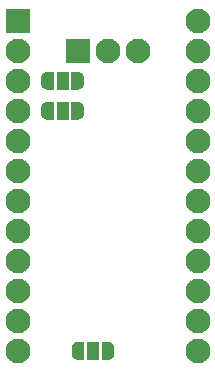
<source format=gbr>
%TF.GenerationSoftware,KiCad,Pcbnew,5.1.7+dfsg1-1~bpo10+1*%
%TF.CreationDate,Date%
%TF.ProjectId,ProMicro_BUS,50726f4d-6963-4726-9f5f-4255532e6b69,v1.4*%
%TF.SameCoordinates,Original*%
%TF.FileFunction,Soldermask,Bot*%
%TF.FilePolarity,Negative*%
%FSLAX46Y46*%
G04 Gerber Fmt 4.6, Leading zero omitted, Abs format (unit mm)*
G04 Created by KiCad*
%MOMM*%
%LPD*%
G01*
G04 APERTURE LIST*
%ADD10R,2.100000X2.100000*%
%ADD11C,2.100000*%
%ADD12C,0.100000*%
%ADD13R,1.000000X1.500000*%
G04 APERTURE END LIST*
D10*
%TO.C,A1*%
X0Y0D03*
D11*
X0Y-2540000D03*
X0Y-5080000D03*
X15240000Y-27940000D03*
X0Y-7620000D03*
X15240000Y-25400000D03*
X0Y-10160000D03*
X15240000Y-22860000D03*
X0Y-12700000D03*
X15240000Y-20320000D03*
X0Y-15240000D03*
X15240000Y-17780000D03*
X0Y-17780000D03*
X15240000Y-15240000D03*
X0Y-20320000D03*
X15240000Y-12700000D03*
X0Y-22860000D03*
X15240000Y-10160000D03*
X0Y-25400000D03*
X15240000Y-7620000D03*
X0Y-27940000D03*
X15240000Y-5080000D03*
X15240000Y-2540000D03*
X15240000Y0D03*
%TD*%
D12*
%TO.C,JP3*%
G36*
X7130000Y-27190000D02*
G01*
X7680000Y-27190000D01*
X7680000Y-27190602D01*
X7704534Y-27190602D01*
X7753365Y-27195412D01*
X7801490Y-27204984D01*
X7848445Y-27219228D01*
X7893778Y-27238005D01*
X7937051Y-27261136D01*
X7977850Y-27288396D01*
X8015779Y-27319524D01*
X8050476Y-27354221D01*
X8081604Y-27392150D01*
X8108864Y-27432949D01*
X8131995Y-27476222D01*
X8150772Y-27521555D01*
X8165016Y-27568510D01*
X8174588Y-27616635D01*
X8179398Y-27665466D01*
X8179398Y-27690000D01*
X8180000Y-27690000D01*
X8180000Y-28190000D01*
X8179398Y-28190000D01*
X8179398Y-28214534D01*
X8174588Y-28263365D01*
X8165016Y-28311490D01*
X8150772Y-28358445D01*
X8131995Y-28403778D01*
X8108864Y-28447051D01*
X8081604Y-28487850D01*
X8050476Y-28525779D01*
X8015779Y-28560476D01*
X7977850Y-28591604D01*
X7937051Y-28618864D01*
X7893778Y-28641995D01*
X7848445Y-28660772D01*
X7801490Y-28675016D01*
X7753365Y-28684588D01*
X7704534Y-28689398D01*
X7680000Y-28689398D01*
X7680000Y-28690000D01*
X7130000Y-28690000D01*
X7130000Y-27190000D01*
G37*
D13*
X6380000Y-27940000D03*
D12*
G36*
X5080000Y-28689398D02*
G01*
X5055466Y-28689398D01*
X5006635Y-28684588D01*
X4958510Y-28675016D01*
X4911555Y-28660772D01*
X4866222Y-28641995D01*
X4822949Y-28618864D01*
X4782150Y-28591604D01*
X4744221Y-28560476D01*
X4709524Y-28525779D01*
X4678396Y-28487850D01*
X4651136Y-28447051D01*
X4628005Y-28403778D01*
X4609228Y-28358445D01*
X4594984Y-28311490D01*
X4585412Y-28263365D01*
X4580602Y-28214534D01*
X4580602Y-28190000D01*
X4580000Y-28190000D01*
X4580000Y-27690000D01*
X4580602Y-27690000D01*
X4580602Y-27665466D01*
X4585412Y-27616635D01*
X4594984Y-27568510D01*
X4609228Y-27521555D01*
X4628005Y-27476222D01*
X4651136Y-27432949D01*
X4678396Y-27392150D01*
X4709524Y-27354221D01*
X4744221Y-27319524D01*
X4782150Y-27288396D01*
X4822949Y-27261136D01*
X4866222Y-27238005D01*
X4911555Y-27219228D01*
X4958510Y-27204984D01*
X5006635Y-27195412D01*
X5055466Y-27190602D01*
X5080000Y-27190602D01*
X5080000Y-27190000D01*
X5630000Y-27190000D01*
X5630000Y-28690000D01*
X5080000Y-28690000D01*
X5080000Y-28689398D01*
G37*
%TD*%
%TO.C,JP1*%
G36*
X3060000Y-8370000D02*
G01*
X2510000Y-8370000D01*
X2510000Y-8369398D01*
X2485466Y-8369398D01*
X2436635Y-8364588D01*
X2388510Y-8355016D01*
X2341555Y-8340772D01*
X2296222Y-8321995D01*
X2252949Y-8298864D01*
X2212150Y-8271604D01*
X2174221Y-8240476D01*
X2139524Y-8205779D01*
X2108396Y-8167850D01*
X2081136Y-8127051D01*
X2058005Y-8083778D01*
X2039228Y-8038445D01*
X2024984Y-7991490D01*
X2015412Y-7943365D01*
X2010602Y-7894534D01*
X2010602Y-7870000D01*
X2010000Y-7870000D01*
X2010000Y-7370000D01*
X2010602Y-7370000D01*
X2010602Y-7345466D01*
X2015412Y-7296635D01*
X2024984Y-7248510D01*
X2039228Y-7201555D01*
X2058005Y-7156222D01*
X2081136Y-7112949D01*
X2108396Y-7072150D01*
X2139524Y-7034221D01*
X2174221Y-6999524D01*
X2212150Y-6968396D01*
X2252949Y-6941136D01*
X2296222Y-6918005D01*
X2341555Y-6899228D01*
X2388510Y-6884984D01*
X2436635Y-6875412D01*
X2485466Y-6870602D01*
X2510000Y-6870602D01*
X2510000Y-6870000D01*
X3060000Y-6870000D01*
X3060000Y-8370000D01*
G37*
D13*
X3810000Y-7620000D03*
D12*
G36*
X5110000Y-6870602D02*
G01*
X5134534Y-6870602D01*
X5183365Y-6875412D01*
X5231490Y-6884984D01*
X5278445Y-6899228D01*
X5323778Y-6918005D01*
X5367051Y-6941136D01*
X5407850Y-6968396D01*
X5445779Y-6999524D01*
X5480476Y-7034221D01*
X5511604Y-7072150D01*
X5538864Y-7112949D01*
X5561995Y-7156222D01*
X5580772Y-7201555D01*
X5595016Y-7248510D01*
X5604588Y-7296635D01*
X5609398Y-7345466D01*
X5609398Y-7370000D01*
X5610000Y-7370000D01*
X5610000Y-7870000D01*
X5609398Y-7870000D01*
X5609398Y-7894534D01*
X5604588Y-7943365D01*
X5595016Y-7991490D01*
X5580772Y-8038445D01*
X5561995Y-8083778D01*
X5538864Y-8127051D01*
X5511604Y-8167850D01*
X5480476Y-8205779D01*
X5445779Y-8240476D01*
X5407850Y-8271604D01*
X5367051Y-8298864D01*
X5323778Y-8321995D01*
X5278445Y-8340772D01*
X5231490Y-8355016D01*
X5183365Y-8364588D01*
X5134534Y-8369398D01*
X5110000Y-8369398D01*
X5110000Y-8370000D01*
X4560000Y-8370000D01*
X4560000Y-6870000D01*
X5110000Y-6870000D01*
X5110000Y-6870602D01*
G37*
%TD*%
%TO.C,JP2*%
G36*
X4560000Y-4330000D02*
G01*
X5110000Y-4330000D01*
X5110000Y-4330602D01*
X5134534Y-4330602D01*
X5183365Y-4335412D01*
X5231490Y-4344984D01*
X5278445Y-4359228D01*
X5323778Y-4378005D01*
X5367051Y-4401136D01*
X5407850Y-4428396D01*
X5445779Y-4459524D01*
X5480476Y-4494221D01*
X5511604Y-4532150D01*
X5538864Y-4572949D01*
X5561995Y-4616222D01*
X5580772Y-4661555D01*
X5595016Y-4708510D01*
X5604588Y-4756635D01*
X5609398Y-4805466D01*
X5609398Y-4830000D01*
X5610000Y-4830000D01*
X5610000Y-5330000D01*
X5609398Y-5330000D01*
X5609398Y-5354534D01*
X5604588Y-5403365D01*
X5595016Y-5451490D01*
X5580772Y-5498445D01*
X5561995Y-5543778D01*
X5538864Y-5587051D01*
X5511604Y-5627850D01*
X5480476Y-5665779D01*
X5445779Y-5700476D01*
X5407850Y-5731604D01*
X5367051Y-5758864D01*
X5323778Y-5781995D01*
X5278445Y-5800772D01*
X5231490Y-5815016D01*
X5183365Y-5824588D01*
X5134534Y-5829398D01*
X5110000Y-5829398D01*
X5110000Y-5830000D01*
X4560000Y-5830000D01*
X4560000Y-4330000D01*
G37*
D13*
X3810000Y-5080000D03*
D12*
G36*
X2510000Y-5829398D02*
G01*
X2485466Y-5829398D01*
X2436635Y-5824588D01*
X2388510Y-5815016D01*
X2341555Y-5800772D01*
X2296222Y-5781995D01*
X2252949Y-5758864D01*
X2212150Y-5731604D01*
X2174221Y-5700476D01*
X2139524Y-5665779D01*
X2108396Y-5627850D01*
X2081136Y-5587051D01*
X2058005Y-5543778D01*
X2039228Y-5498445D01*
X2024984Y-5451490D01*
X2015412Y-5403365D01*
X2010602Y-5354534D01*
X2010602Y-5330000D01*
X2010000Y-5330000D01*
X2010000Y-4830000D01*
X2010602Y-4830000D01*
X2010602Y-4805466D01*
X2015412Y-4756635D01*
X2024984Y-4708510D01*
X2039228Y-4661555D01*
X2058005Y-4616222D01*
X2081136Y-4572949D01*
X2108396Y-4532150D01*
X2139524Y-4494221D01*
X2174221Y-4459524D01*
X2212150Y-4428396D01*
X2252949Y-4401136D01*
X2296222Y-4378005D01*
X2341555Y-4359228D01*
X2388510Y-4344984D01*
X2436635Y-4335412D01*
X2485466Y-4330602D01*
X2510000Y-4330602D01*
X2510000Y-4330000D01*
X3060000Y-4330000D01*
X3060000Y-5830000D01*
X2510000Y-5830000D01*
X2510000Y-5829398D01*
G37*
%TD*%
D11*
%TO.C,J1*%
X10160000Y-2540000D03*
X7620000Y-2540000D03*
D10*
X5080000Y-2540000D03*
%TD*%
M02*

</source>
